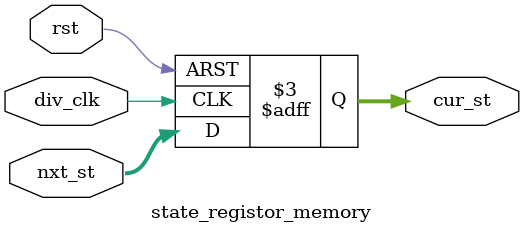
<source format=sv>
module state_registor_memory(
    input   wire [2:0]  nxt_st,     // next state will be active
    input   wire        div_clk,    // div_clock signal
    input   wire        rst,        // reset signal
    output  reg    [2:0]cur_st      // cur_state of system
    );
    
    localparam ST_INITIAL = 3'd0;    //declare initial state
    
    always_ff @(posedge div_clk or posedge rst) begin
        if(rst == 1'b1) begin
            cur_st <= ST_INITIAL;   //if reset, cur_st will ben initial
        end
        else begin
            cur_st <= nxt_st;       // curent state will be next state
        end
    end
endmodule

</source>
